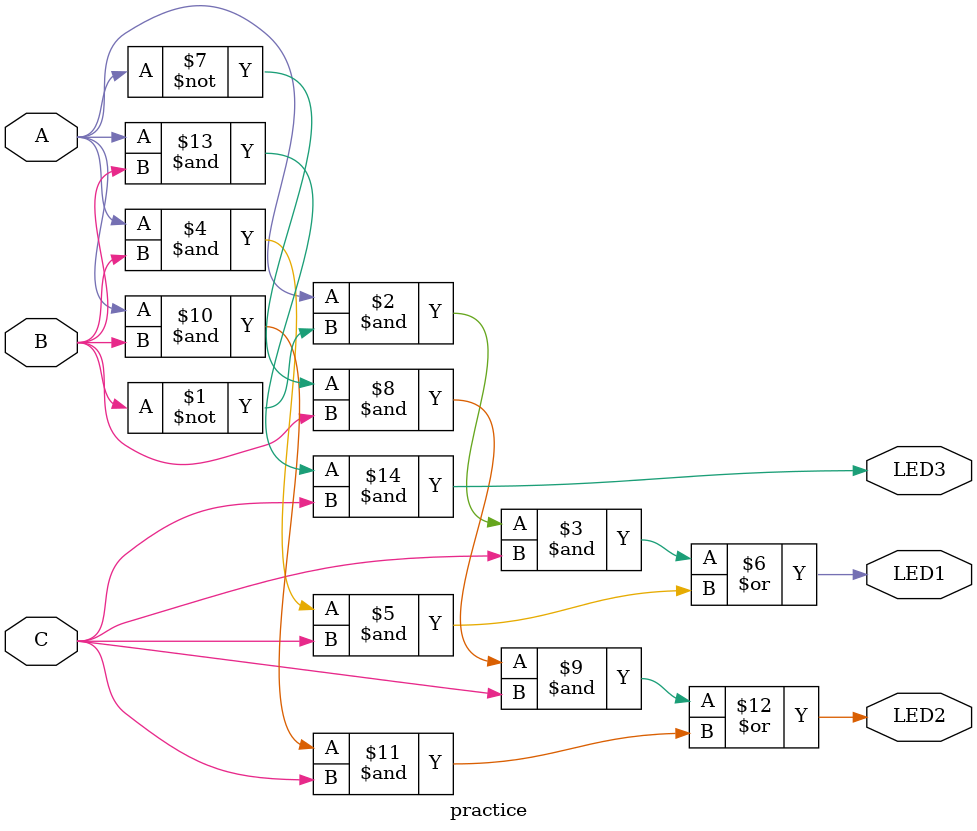
<source format=v>
`timescale 1ns / 1ps

module practice(input A, input B, input C, output LED1, output LED2, output LED3);
    assign LED1 = (A & ~B & C) | (A & B & C);
    assign LED2 = (~A & B & C) | (A & B & C);
    assign LED3 = (A & B & C);
endmodule
</source>
